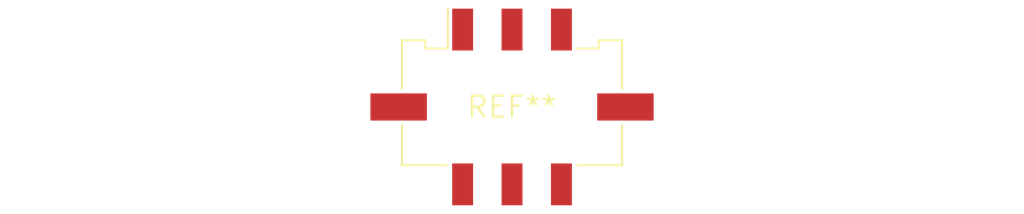
<source format=kicad_pcb>
(kicad_pcb (version 20240108) (generator pcbnew)
  (layers (0 "F.Cu" signal) (31 "B.Cu" signal) (34 "B.Paste" user) (35 "F.Paste" user) (36 "B.SilkS" user "B.Silkscreen") (37 "F.SilkS" user "F.Silkscreen") (38 "B.Mask" user) (39 "F.Mask" user) (44 "Edge.Cuts" user))
  (net 0 "")
  (footprint "Molex_Micro-Fit_3.0_43045-0618_2x03-1MP_P3.00mm_Vertical" (layer "F.Cu") (at 0 0)
    (property "Reference" "REF**")
    (property "Value" "Molex_Micro-Fit_3.0_43045-0618_2x03-1MP_P3.00mm_Vertical")
    (fp_line (start -6.685 -4.05) (end -5.265 -4.05) (layer "F.SilkS") (stroke (width 0.12)))
    (fp_line (start -6.685 -1.085) (end -6.685 -4.05) (layer "F.SilkS") (stroke (width 0.12)))
    (fp_line (start -6.685 1.085) (end -6.685 3.54) (layer "F.SilkS") (stroke (width 0.12)))
    (fp_line (start -6.685 3.54) (end -3.895 3.54) (layer "F.SilkS") (stroke (width 0.12)))
    (fp_line (start -5.265 -4.05) (end -5.265 -3.55) (layer "F.SilkS") (stroke (width 0.12)))
    (fp_line (start -5.265 -3.55) (end -3.895 -3.55) (layer "F.SilkS") (stroke (width 0.12)))
    (fp_line (start -3.895 -3.55) (end -3.895 -5.97) (layer "F.SilkS") (stroke (width 0.12)))
    (fp_line (start 5.265 -4.05) (end 5.265 -3.55) (layer "F.SilkS") (stroke (width 0.12)))
    (fp_line (start 5.265 -3.55) (end 3.895 -3.55) (layer "F.SilkS") (stroke (width 0.12)))
    (fp_line (start 6.685 -4.05) (end 5.265 -4.05) (layer "F.SilkS") (stroke (width 0.12)))
    (fp_line (start 6.685 -1.085) (end 6.685 -4.05) (layer "F.SilkS") (stroke (width 0.12)))
    (fp_line (start 6.685 1.085) (end 6.685 3.54) (layer "F.SilkS") (stroke (width 0.12)))
    (fp_line (start 6.685 3.54) (end 3.895 3.54) (layer "F.SilkS") (stroke (width 0.12)))
    (pad "1" smd rect (at -3 -4.7) (size 1.27 2.54) (layers "F.Cu" "F.Paste" "F.Mask"))
    (pad "2" smd rect (at 0 -4.7) (size 1.27 2.54) (layers "F.Cu" "F.Paste" "F.Mask"))
    (pad "3" smd rect (at 3 -4.7) (size 1.27 2.54) (layers "F.Cu" "F.Paste" "F.Mask"))
    (pad "4" smd rect (at -3 4.7) (size 1.27 2.54) (layers "F.Cu" "F.Paste" "F.Mask"))
    (pad "5" smd rect (at 0 4.7) (size 1.27 2.54) (layers "F.Cu" "F.Paste" "F.Mask"))
    (pad "6" smd rect (at 3 4.7) (size 1.27 2.54) (layers "F.Cu" "F.Paste" "F.Mask"))
    (pad "MP" smd rect (at -6.885 0) (size 3.43 1.65) (layers "F.Cu" "F.Paste" "F.Mask"))
    (pad "MP" smd rect (at 6.885 0) (size 3.43 1.65) (layers "F.Cu" "F.Paste" "F.Mask"))
  )
)
</source>
